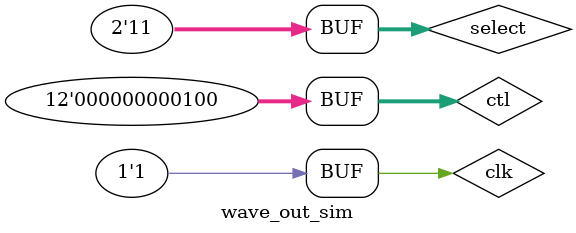
<source format=v>
`timescale 1ns / 1ps


module wave_out_sim;
reg[11:0] ctl;
reg[1:0] select;
wire[7:0] out;

initial
begin
    select = 2'b11;
    ctl = 12'd4;
end
// clockgen 10khz
    reg clk = 0;
    parameter period_clk = 10000;
    always
    begin
        #(period_clk/2) clk <= 1'b0;
        #(period_clk/2) clk <= 1'b1;
    end
wave_out wave_out_tb(
    .clk(clk),
    .wave_selector(select),
    .freq_ctl(ctl),
    .output_wave(out)
    );
endmodule

</source>
